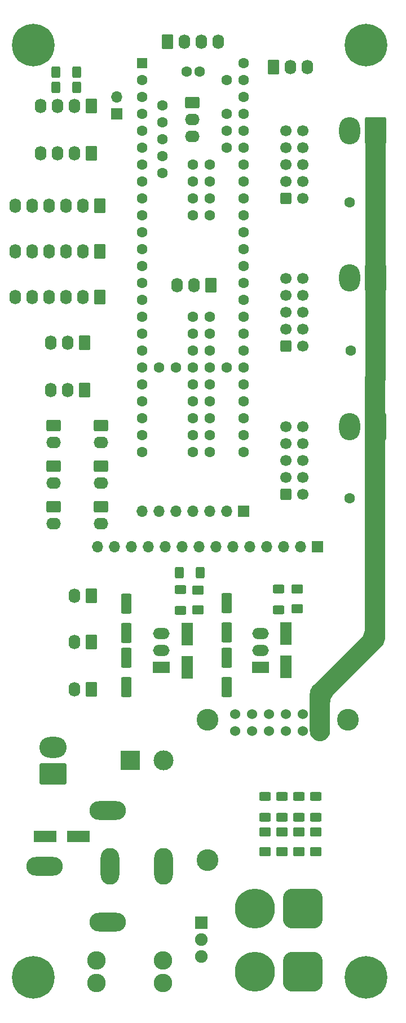
<source format=gbr>
%TF.GenerationSoftware,KiCad,Pcbnew,(6.0.2)*%
%TF.CreationDate,2022-07-06T01:18:05+02:00*%
%TF.ProjectId,MainBoard-2023,4d61696e-426f-4617-9264-2d323032332e,rev?*%
%TF.SameCoordinates,Original*%
%TF.FileFunction,Soldermask,Top*%
%TF.FilePolarity,Negative*%
%FSLAX46Y46*%
G04 Gerber Fmt 4.6, Leading zero omitted, Abs format (unit mm)*
G04 Created by KiCad (PCBNEW (6.0.2)) date 2022-07-06 01:18:05*
%MOMM*%
%LPD*%
G01*
G04 APERTURE LIST*
G04 Aperture macros list*
%AMRoundRect*
0 Rectangle with rounded corners*
0 $1 Rounding radius*
0 $2 $3 $4 $5 $6 $7 $8 $9 X,Y pos of 4 corners*
0 Add a 4 corners polygon primitive as box body*
4,1,4,$2,$3,$4,$5,$6,$7,$8,$9,$2,$3,0*
0 Add four circle primitives for the rounded corners*
1,1,$1+$1,$2,$3*
1,1,$1+$1,$4,$5*
1,1,$1+$1,$6,$7*
1,1,$1+$1,$8,$9*
0 Add four rect primitives between the rounded corners*
20,1,$1+$1,$2,$3,$4,$5,0*
20,1,$1+$1,$4,$5,$6,$7,0*
20,1,$1+$1,$6,$7,$8,$9,0*
20,1,$1+$1,$8,$9,$2,$3,0*%
G04 Aperture macros list end*
%ADD10RoundRect,0.250000X-0.845000X0.620000X-0.845000X-0.620000X0.845000X-0.620000X0.845000X0.620000X0*%
%ADD11O,2.190000X1.740000*%
%ADD12O,1.740000X2.190000*%
%ADD13RoundRect,0.250000X0.620000X0.845000X-0.620000X0.845000X-0.620000X-0.845000X0.620000X-0.845000X0*%
%ADD14RoundRect,0.250000X-0.550000X1.250000X-0.550000X-1.250000X0.550000X-1.250000X0.550000X1.250000X0*%
%ADD15R,3.500000X1.800000*%
%ADD16RoundRect,0.250000X0.625000X-0.400000X0.625000X0.400000X-0.625000X0.400000X-0.625000X-0.400000X0*%
%ADD17RoundRect,0.250000X-0.625000X0.400000X-0.625000X-0.400000X0.625000X-0.400000X0.625000X0.400000X0*%
%ADD18RoundRect,0.250000X0.550000X-1.250000X0.550000X1.250000X-0.550000X1.250000X-0.550000X-1.250000X0*%
%ADD19R,1.700000X1.700000*%
%ADD20O,1.700000X1.700000*%
%ADD21R,1.600000X1.600000*%
%ADD22C,1.600000*%
%ADD23RoundRect,0.250001X0.624999X-0.462499X0.624999X0.462499X-0.624999X0.462499X-0.624999X-0.462499X0*%
%ADD24RoundRect,0.250000X0.400000X0.625000X-0.400000X0.625000X-0.400000X-0.625000X0.400000X-0.625000X0*%
%ADD25C,0.800000*%
%ADD26C,6.400000*%
%ADD27R,1.800000X3.500000*%
%ADD28RoundRect,0.250000X-0.400000X-0.625000X0.400000X-0.625000X0.400000X0.625000X-0.400000X0.625000X0*%
%ADD29C,2.780000*%
%ADD30R,1.910000X1.910000*%
%ADD31C,1.910000*%
%ADD32RoundRect,0.250000X-0.620000X-0.845000X0.620000X-0.845000X0.620000X0.845000X-0.620000X0.845000X0*%
%ADD33R,2.500000X1.700000*%
%ADD34O,2.500000X1.700000*%
%ADD35RoundRect,1.400000X-1.350000X0.000000X1.350000X0.000000X1.350000X0.000000X-1.350000X0.000000X0*%
%ADD36RoundRect,1.400000X0.000000X-1.350000X0.000000X-1.350000X0.000000X1.350000X0.000000X1.350000X0*%
%ADD37RoundRect,0.250000X1.330000X1.800000X-1.330000X1.800000X-1.330000X-1.800000X1.330000X-1.800000X0*%
%ADD38O,3.160000X4.100000*%
%ADD39R,3.000000X3.000000*%
%ADD40C,3.000000*%
%ADD41RoundRect,0.250000X-0.600000X-0.600000X0.600000X-0.600000X0.600000X0.600000X-0.600000X0.600000X0*%
%ADD42C,1.700000*%
%ADD43RoundRect,1.500000X1.500000X1.500000X-1.500000X1.500000X-1.500000X-1.500000X1.500000X-1.500000X0*%
%ADD44C,6.000000*%
%ADD45C,1.530000*%
%ADD46C,3.270000*%
%ADD47RoundRect,0.250000X1.800000X-1.330000X1.800000X1.330000X-1.800000X1.330000X-1.800000X-1.330000X0*%
%ADD48O,4.100000X3.160000*%
G04 APERTURE END LIST*
D10*
%TO.C,J15*%
X119888000Y-39624000D03*
D11*
X119888000Y-42164000D03*
X119888000Y-44704000D03*
%TD*%
D10*
%TO.C,J38*%
X106172000Y-100330000D03*
D11*
X106172000Y-102870000D03*
%TD*%
D12*
%TO.C,J14*%
X117602000Y-67056000D03*
X120142000Y-67056000D03*
D13*
X122682000Y-67056000D03*
%TD*%
D12*
%TO.C,J13*%
X98679000Y-75692000D03*
X101219000Y-75692000D03*
D13*
X103759000Y-75692000D03*
%TD*%
D12*
%TO.C,J11*%
X98679000Y-82804000D03*
X101219000Y-82804000D03*
D13*
X103759000Y-82804000D03*
%TD*%
D14*
%TO.C,C2*%
X110012000Y-114854000D03*
X110012000Y-119254000D03*
%TD*%
D15*
%TO.C,D4*%
X97830000Y-149860000D03*
X102830000Y-149860000D03*
%TD*%
D16*
%TO.C,R4*%
X138430000Y-146965000D03*
X138430000Y-143865000D03*
%TD*%
D17*
%TO.C,R2*%
X118110000Y-112750000D03*
X118110000Y-115850000D03*
%TD*%
D14*
%TO.C,C8*%
X125095000Y-114822500D03*
X125095000Y-119222500D03*
%TD*%
D18*
%TO.C,C7*%
X125095000Y-127432500D03*
X125095000Y-123032500D03*
%TD*%
D16*
%TO.C,R3*%
X133350000Y-146965000D03*
X133350000Y-143865000D03*
%TD*%
D19*
%TO.C,J10*%
X138674000Y-106299000D03*
D20*
X136134000Y-106299000D03*
X133594000Y-106299000D03*
X131054000Y-106299000D03*
X128514000Y-106299000D03*
X125974000Y-106299000D03*
X123434000Y-106299000D03*
X120894000Y-106299000D03*
X118354000Y-106299000D03*
X115814000Y-106299000D03*
X113274000Y-106299000D03*
X110734000Y-106299000D03*
X108194000Y-106299000D03*
X105654000Y-106299000D03*
%TD*%
D21*
%TO.C,C3*%
X147320000Y-99060000D03*
D22*
X143520000Y-99060000D03*
%TD*%
D23*
%TO.C,D9*%
X130810000Y-152120000D03*
X130810000Y-149145000D03*
%TD*%
D19*
%TO.C,J8*%
X108585000Y-41275000D03*
D20*
X108585000Y-38735000D03*
%TD*%
D24*
%TO.C,R22*%
X102515000Y-37338000D03*
X99415000Y-37338000D03*
%TD*%
D25*
%TO.C,H4*%
X93600000Y-171000000D03*
X96000000Y-173400000D03*
X97697056Y-172697056D03*
D26*
X96000000Y-171000000D03*
D25*
X96000000Y-168600000D03*
X94302944Y-169302944D03*
X94302944Y-172697056D03*
X97697056Y-169302944D03*
X98400000Y-171000000D03*
%TD*%
D23*
%TO.C,D8*%
X135636000Y-115660500D03*
X135636000Y-112685500D03*
%TD*%
D17*
%TO.C,R17*%
X132842000Y-112670000D03*
X132842000Y-115770000D03*
%TD*%
D21*
%TO.C,C6*%
X147320000Y-54610000D03*
D22*
X143520000Y-54610000D03*
%TD*%
D27*
%TO.C,D7*%
X133985000Y-124380000D03*
X133985000Y-119380000D03*
%TD*%
D28*
%TO.C,R6*%
X117957000Y-110236000D03*
X121057000Y-110236000D03*
%TD*%
D25*
%TO.C,H3*%
X146000000Y-168600000D03*
X144302944Y-172697056D03*
X146000000Y-173400000D03*
X143600000Y-171000000D03*
X147697056Y-172697056D03*
X144302944Y-169302944D03*
D26*
X146000000Y-171000000D03*
D25*
X148400000Y-171000000D03*
X147697056Y-169302944D03*
%TD*%
D23*
%TO.C,D3*%
X120777000Y-115787500D03*
X120777000Y-112812500D03*
%TD*%
%TO.C,D5*%
X133350000Y-152120000D03*
X133350000Y-149145000D03*
%TD*%
D18*
%TO.C,C1*%
X110012000Y-127382000D03*
X110012000Y-122982000D03*
%TD*%
D24*
%TO.C,R21*%
X102515000Y-35052000D03*
X99415000Y-35052000D03*
%TD*%
D27*
%TO.C,D2*%
X119156000Y-124420000D03*
X119156000Y-119420000D03*
%TD*%
D23*
%TO.C,D1*%
X135890000Y-152120000D03*
X135890000Y-149145000D03*
%TD*%
D25*
%TO.C,H2*%
X143600000Y-31000000D03*
D26*
X146000000Y-31000000D03*
D25*
X148400000Y-31000000D03*
X144302944Y-32697056D03*
X147697056Y-29302944D03*
X146000000Y-28600000D03*
X147697056Y-32697056D03*
X146000000Y-33400000D03*
X144302944Y-29302944D03*
%TD*%
D19*
%TO.C,J24*%
X127615000Y-100990000D03*
D20*
X125075000Y-100990000D03*
X122535000Y-100990000D03*
X119995000Y-100990000D03*
X117455000Y-100990000D03*
X114915000Y-100990000D03*
X112375000Y-100990000D03*
%TD*%
D21*
%TO.C,U1*%
X112395000Y-33655000D03*
D22*
X112395000Y-36195000D03*
X112395000Y-38735000D03*
X112395000Y-41275000D03*
X112395000Y-43815000D03*
X112395000Y-46355000D03*
X112395000Y-48895000D03*
X112395000Y-51435000D03*
X112395000Y-53975000D03*
X112395000Y-56515000D03*
X112395000Y-59055000D03*
X112395000Y-61595000D03*
X112395000Y-64135000D03*
X112395000Y-66675000D03*
X112395000Y-69215000D03*
X112395000Y-71755000D03*
X112395000Y-74295000D03*
X112395000Y-76835000D03*
X112395000Y-79375000D03*
X112395000Y-81915000D03*
X112395000Y-84455000D03*
X112395000Y-86995000D03*
X112395000Y-89535000D03*
X112395000Y-92075000D03*
X114935000Y-79375000D03*
X117475000Y-79375000D03*
X120015000Y-79375000D03*
X122555000Y-79375000D03*
X125095000Y-79375000D03*
X127635000Y-92075000D03*
X127635000Y-89535000D03*
X127635000Y-86995000D03*
X127635000Y-84455000D03*
X127635000Y-81915000D03*
X127635000Y-79375000D03*
X127635000Y-76835000D03*
X127635000Y-74295000D03*
X127635000Y-71755000D03*
X127635000Y-69215000D03*
X127635000Y-66675000D03*
X127635000Y-64135000D03*
X127635000Y-61595000D03*
X127635000Y-59055000D03*
X127635000Y-56515000D03*
X127635000Y-53975000D03*
X127635000Y-51435000D03*
X127635000Y-48895000D03*
X127635000Y-46355000D03*
X127635000Y-43815000D03*
X127635000Y-41275000D03*
X127635000Y-38735000D03*
X127635000Y-36195000D03*
X127635000Y-33655000D03*
X125095000Y-36195000D03*
X125095000Y-41275000D03*
X125095000Y-43815000D03*
X125095000Y-46355000D03*
X115395000Y-40005000D03*
X115395000Y-42545000D03*
X115395000Y-45085000D03*
X115395000Y-47625000D03*
X115395000Y-50165000D03*
X120015000Y-48895000D03*
X120015000Y-51435000D03*
X120015000Y-53975000D03*
X120015000Y-56515000D03*
X120015000Y-71755000D03*
X120015000Y-74295000D03*
X120015000Y-76835000D03*
X120015000Y-81915000D03*
X120015000Y-84455000D03*
X120015000Y-86995000D03*
X120015000Y-89535000D03*
X120015000Y-92075000D03*
X122555000Y-92075000D03*
X122555000Y-89535000D03*
X122555000Y-86995000D03*
X122555000Y-84455000D03*
X122555000Y-81915000D03*
X122555000Y-76835000D03*
X122555000Y-74295000D03*
X122555000Y-71755000D03*
X122555000Y-56515000D03*
X122555000Y-53975000D03*
X122555000Y-51435000D03*
X122555000Y-48895000D03*
X121025000Y-34925000D03*
X119005000Y-34925000D03*
%TD*%
D16*
%TO.C,R5*%
X130810000Y-146965000D03*
X130810000Y-143865000D03*
%TD*%
D29*
%TO.C,F2*%
X115450000Y-171880000D03*
X115450000Y-168480000D03*
X105530000Y-171880000D03*
X105530000Y-168480000D03*
%TD*%
D25*
%TO.C,H1*%
X93600000Y-31000000D03*
X96000000Y-28600000D03*
X97697056Y-29302944D03*
X94302944Y-29302944D03*
X97697056Y-32697056D03*
D26*
X96000000Y-31000000D03*
D25*
X94302944Y-32697056D03*
X98400000Y-31000000D03*
X96000000Y-33400000D03*
%TD*%
D16*
%TO.C,R1*%
X135890000Y-146965000D03*
X135890000Y-143865000D03*
%TD*%
D21*
%TO.C,C4*%
X147447000Y-76835000D03*
D22*
X143647000Y-76835000D03*
%TD*%
D30*
%TO.C,D10*%
X121285000Y-162804000D03*
D31*
X121285000Y-165354000D03*
X121285000Y-167904000D03*
%TD*%
D23*
%TO.C,D6*%
X138430000Y-152120000D03*
X138430000Y-149145000D03*
%TD*%
D13*
%TO.C,J5*%
X106045000Y-55118000D03*
D12*
X103505000Y-55118000D03*
X100965000Y-55118000D03*
X98425000Y-55118000D03*
X95885000Y-55118000D03*
X93345000Y-55118000D03*
%TD*%
D10*
%TO.C,J37*%
X106172000Y-94234000D03*
D11*
X106172000Y-96774000D03*
%TD*%
D10*
%TO.C,J32*%
X106172000Y-88138000D03*
D11*
X106172000Y-90678000D03*
%TD*%
D32*
%TO.C,J30*%
X132080000Y-34270000D03*
D12*
X134620000Y-34270000D03*
X137160000Y-34270000D03*
%TD*%
D13*
%TO.C,J22*%
X104775000Y-40132000D03*
D12*
X102235000Y-40132000D03*
X99695000Y-40132000D03*
X97155000Y-40132000D03*
%TD*%
D33*
%TO.C,U4*%
X115267500Y-124420000D03*
D34*
X115267500Y-121880000D03*
X115267500Y-119340000D03*
%TD*%
D32*
%TO.C,J12*%
X116205000Y-30460000D03*
D12*
X118745000Y-30460000D03*
X121285000Y-30460000D03*
X123825000Y-30460000D03*
%TD*%
D35*
%TO.C,K1*%
X97670000Y-154305000D03*
X107170000Y-162705000D03*
X107170000Y-145905000D03*
D36*
X115570000Y-154305000D03*
X107570000Y-154305000D03*
%TD*%
D37*
%TO.C,J27*%
X147447000Y-65913000D03*
D38*
X143487000Y-65913000D03*
%TD*%
D10*
%TO.C,J39*%
X99060000Y-100330000D03*
D11*
X99060000Y-102870000D03*
%TD*%
D39*
%TO.C,J7*%
X110570000Y-138430000D03*
D40*
X115570000Y-138430000D03*
%TD*%
D37*
%TO.C,J20*%
X147447000Y-43815000D03*
D38*
X143487000Y-43815000D03*
%TD*%
D41*
%TO.C,C_Act2*%
X133985000Y-76200000D03*
D42*
X136525000Y-76200000D03*
X133985000Y-73660000D03*
X136525000Y-73660000D03*
X133985000Y-71120000D03*
X136525000Y-71120000D03*
X133985000Y-68580000D03*
X136525000Y-68580000D03*
X133985000Y-66040000D03*
X136525000Y-66040000D03*
%TD*%
D13*
%TO.C,J29*%
X104775000Y-113665000D03*
D12*
X102235000Y-113665000D03*
%TD*%
D43*
%TO.C,J1*%
X136525000Y-160655000D03*
D44*
X129325000Y-160655000D03*
%TD*%
D41*
%TO.C,C_Act1*%
X133985000Y-53975000D03*
D42*
X136525000Y-53975000D03*
X133985000Y-51435000D03*
X136525000Y-51435000D03*
X133985000Y-48895000D03*
X136525000Y-48895000D03*
X133985000Y-46355000D03*
X136525000Y-46355000D03*
X133985000Y-43815000D03*
X136525000Y-43815000D03*
%TD*%
D13*
%TO.C,J28*%
X104775000Y-127762000D03*
D12*
X102235000Y-127762000D03*
%TD*%
D33*
%TO.C,U2*%
X130175000Y-124420000D03*
D34*
X130175000Y-121880000D03*
X130175000Y-119340000D03*
%TD*%
D13*
%TO.C,J3*%
X106045000Y-61976000D03*
D12*
X103505000Y-61976000D03*
X100965000Y-61976000D03*
X98425000Y-61976000D03*
X95885000Y-61976000D03*
X93345000Y-61976000D03*
%TD*%
D13*
%TO.C,J2*%
X104775000Y-47244000D03*
D12*
X102235000Y-47244000D03*
X99695000Y-47244000D03*
X97155000Y-47244000D03*
%TD*%
D43*
%TO.C,J9*%
X136525000Y-170180000D03*
D44*
X129325000Y-170180000D03*
%TD*%
D45*
%TO.C,PS1*%
X139065000Y-131445000D03*
X139065000Y-133985000D03*
X136525000Y-131445000D03*
X136525000Y-133985000D03*
X133985000Y-131445000D03*
X133985000Y-133985000D03*
X131445000Y-131445000D03*
X131445000Y-133985000D03*
X128905000Y-131445000D03*
X128905000Y-133985000D03*
X126365000Y-131445000D03*
X126365000Y-133985000D03*
D46*
X143265000Y-132275000D03*
X122165000Y-132275000D03*
X122165000Y-153375000D03*
%TD*%
D13*
%TO.C,J6*%
X106045000Y-68834000D03*
D12*
X103505000Y-68834000D03*
X100965000Y-68834000D03*
X98425000Y-68834000D03*
X95885000Y-68834000D03*
X93345000Y-68834000D03*
%TD*%
D13*
%TO.C,J23*%
X104775000Y-120650000D03*
D12*
X102235000Y-120650000D03*
%TD*%
D10*
%TO.C,J4*%
X99060000Y-88138000D03*
D11*
X99060000Y-90678000D03*
%TD*%
D47*
%TO.C,J21*%
X98955000Y-140410000D03*
D48*
X98955000Y-136450000D03*
%TD*%
D41*
%TO.C,C_Act3*%
X133985000Y-98425000D03*
D42*
X136525000Y-98425000D03*
X133985000Y-95885000D03*
X136525000Y-95885000D03*
X133985000Y-93345000D03*
X136525000Y-93345000D03*
X133985000Y-90805000D03*
X136525000Y-90805000D03*
X133985000Y-88265000D03*
X136525000Y-88265000D03*
%TD*%
D10*
%TO.C,J40*%
X99060000Y-94234000D03*
D11*
X99060000Y-96774000D03*
%TD*%
D38*
%TO.C,J26*%
X143487000Y-88265000D03*
D37*
X147447000Y-88265000D03*
%TD*%
G36*
X147456881Y-41783779D02*
G01*
X147675366Y-41800991D01*
X147694915Y-41804091D01*
X147908005Y-41855304D01*
X147926826Y-41861426D01*
X148129251Y-41945369D01*
X148146881Y-41954362D01*
X148333676Y-42068974D01*
X148349681Y-42080618D01*
X148516222Y-42223066D01*
X148530206Y-42237072D01*
X148672384Y-42403840D01*
X148684001Y-42419864D01*
X148798310Y-42606838D01*
X148807276Y-42624482D01*
X148890897Y-42827051D01*
X148896989Y-42845882D01*
X148947858Y-43059047D01*
X148950926Y-43078600D01*
X148968169Y-43302061D01*
X148968542Y-43311958D01*
X148845336Y-119946343D01*
X148845054Y-119954566D01*
X148828421Y-120202728D01*
X148826252Y-120219033D01*
X148778244Y-120458870D01*
X148773970Y-120474752D01*
X148695133Y-120706287D01*
X148688827Y-120721478D01*
X148580495Y-120940783D01*
X148572263Y-120955023D01*
X148436294Y-121158338D01*
X148426278Y-121171384D01*
X148262253Y-121358368D01*
X148256627Y-121364373D01*
X141176263Y-128444737D01*
X141173419Y-128447773D01*
X141005011Y-128639804D01*
X141000000Y-128646335D01*
X140859243Y-128856994D01*
X140855122Y-128864131D01*
X140743063Y-129091365D01*
X140739917Y-129098960D01*
X140658475Y-129338879D01*
X140656342Y-129346839D01*
X140606914Y-129595332D01*
X140605840Y-129603490D01*
X140589134Y-129858378D01*
X140589000Y-129862477D01*
X140589000Y-133980044D01*
X140588612Y-133989930D01*
X140571015Y-134213521D01*
X140567922Y-134233049D01*
X140516725Y-134446301D01*
X140510615Y-134465105D01*
X140426690Y-134667719D01*
X140417714Y-134685336D01*
X140303121Y-134872334D01*
X140291499Y-134888330D01*
X140149071Y-135055091D01*
X140135091Y-135069071D01*
X139968330Y-135211499D01*
X139952334Y-135223121D01*
X139765336Y-135337714D01*
X139747719Y-135346690D01*
X139545105Y-135430615D01*
X139526301Y-135436725D01*
X139313049Y-135487922D01*
X139293521Y-135491015D01*
X139074886Y-135508222D01*
X139055114Y-135508222D01*
X138836479Y-135491015D01*
X138816951Y-135487922D01*
X138603699Y-135436725D01*
X138584895Y-135430615D01*
X138382281Y-135346690D01*
X138364664Y-135337714D01*
X138177666Y-135223121D01*
X138161670Y-135211499D01*
X137994909Y-135069071D01*
X137980929Y-135055091D01*
X137838501Y-134888330D01*
X137826879Y-134872334D01*
X137712286Y-134685336D01*
X137703310Y-134667719D01*
X137619385Y-134465105D01*
X137613275Y-134446301D01*
X137562078Y-134233049D01*
X137558985Y-134213521D01*
X137541388Y-133989930D01*
X137541000Y-133980044D01*
X137541000Y-128476691D01*
X137541275Y-128468369D01*
X137557898Y-128217231D01*
X137560092Y-128200732D01*
X137608848Y-127958075D01*
X137613197Y-127942009D01*
X137693515Y-127707889D01*
X137699944Y-127692537D01*
X137810416Y-127471052D01*
X137818813Y-127456681D01*
X137957520Y-127251681D01*
X137967737Y-127238543D01*
X138135028Y-127050496D01*
X138140765Y-127044461D01*
X145199095Y-120094722D01*
X145201956Y-120091713D01*
X145373080Y-119899410D01*
X145378171Y-119892868D01*
X145521347Y-119681449D01*
X145525537Y-119674286D01*
X145639656Y-119445881D01*
X145642867Y-119438229D01*
X145725953Y-119196790D01*
X145728129Y-119188787D01*
X145778734Y-118938518D01*
X145779839Y-118930290D01*
X145797225Y-118673466D01*
X145797368Y-118669330D01*
X145920502Y-43311940D01*
X145920906Y-43302066D01*
X145938861Y-43078356D01*
X145941979Y-43058852D01*
X145993511Y-42845513D01*
X145999639Y-42826736D01*
X146083877Y-42624071D01*
X146092864Y-42606483D01*
X146207739Y-42419470D01*
X146219365Y-42403502D01*
X146362050Y-42236744D01*
X146376027Y-42222790D01*
X146543022Y-42080375D01*
X146559008Y-42068776D01*
X146746200Y-41954211D01*
X146763804Y-41945252D01*
X146966610Y-41861345D01*
X146985396Y-41855248D01*
X147198820Y-41804064D01*
X147218329Y-41800978D01*
X147437111Y-41783778D01*
X147456881Y-41783779D01*
G37*
M02*

</source>
